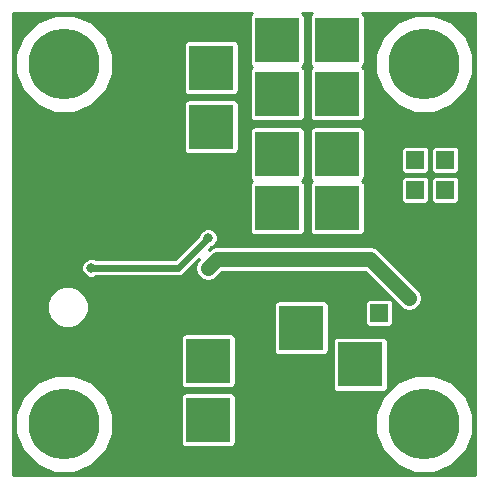
<source format=gbr>
G04 #@! TF.GenerationSoftware,KiCad,Pcbnew,(2017-02-05 revision 431abcf)-makepkg*
G04 #@! TF.CreationDate,2017-06-05T07:49:38+02:00*
G04 #@! TF.ProjectId,UNIPOWER07A,554E49504F5745523037412E6B696361,rev?*
G04 #@! TF.FileFunction,Copper,L1,Top,Signal*
G04 #@! TF.FilePolarity,Positive*
%FSLAX46Y46*%
G04 Gerber Fmt 4.6, Leading zero omitted, Abs format (unit mm)*
G04 Created by KiCad (PCBNEW (2017-02-05 revision 431abcf)-makepkg) date 06/05/17 07:49:38*
%MOMM*%
%LPD*%
G01*
G04 APERTURE LIST*
%ADD10C,0.300000*%
%ADD11C,6.000000*%
%ADD12R,3.810000X3.810000*%
%ADD13R,1.524000X1.524000*%
%ADD14C,0.800000*%
%ADD15C,0.200000*%
%ADD16C,1.300000*%
%ADD17C,0.600000*%
%ADD18C,0.254000*%
G04 APERTURE END LIST*
D10*
D11*
X35560000Y35560000D03*
X35560000Y5080000D03*
X5080000Y35560000D03*
X5080000Y5080000D03*
D12*
X25146000Y7008000D03*
X25146000Y13208000D03*
X30146000Y10108000D03*
X28194000Y27940000D03*
X23114000Y27940000D03*
X23126700Y23368000D03*
X28206700Y23368000D03*
X17272000Y10414000D03*
X17272000Y5414000D03*
X12192000Y5414000D03*
X12192000Y10414000D03*
D13*
X31750000Y14478000D03*
D12*
X17526000Y35226000D03*
X17526000Y30226000D03*
X12446000Y30226000D03*
X12446000Y35226000D03*
D13*
X34798000Y29972000D03*
X37338000Y29972000D03*
X34798000Y27432000D03*
X37338000Y27432000D03*
X34798000Y24892000D03*
X37338000Y24892000D03*
X34798000Y22352000D03*
X37338000Y22352000D03*
D12*
X28206700Y33020000D03*
X23126700Y33020000D03*
X23114000Y37592000D03*
X28194000Y37592000D03*
D14*
X28448000Y15748000D03*
X28448000Y14224000D03*
X29718000Y14224000D03*
X29718000Y15494000D03*
X30734000Y16510000D03*
X29972000Y17272000D03*
X35560000Y16510000D03*
X34798000Y17780000D03*
X28194000Y7112000D03*
X28194000Y5842000D03*
X28194000Y4572000D03*
X27178000Y3810000D03*
X25908000Y3810000D03*
X24638000Y3810000D03*
X23368000Y3810000D03*
X22098000Y4318000D03*
X22098000Y5588000D03*
X22098000Y6858000D03*
X22098000Y8128000D03*
X22098000Y9398000D03*
X13970000Y16256000D03*
X12700000Y16256000D03*
X14732000Y20320000D03*
X13462000Y20320000D03*
X12446000Y20320000D03*
X11176000Y20320000D03*
X39116000Y20574000D03*
X39116000Y24892000D03*
X39116000Y23622000D03*
X39116000Y22352000D03*
X39116000Y26416000D03*
X39116000Y27686000D03*
X39116000Y28702000D03*
X39116000Y29972000D03*
X33020000Y28448000D03*
X31496000Y28448000D03*
X31496000Y27432000D03*
X33020000Y27432000D03*
X9652000Y25908000D03*
X11176000Y25908000D03*
X12446000Y25908000D03*
X13716000Y25908000D03*
X13716000Y27178000D03*
X12446000Y27178000D03*
X11176000Y27178000D03*
X9652000Y27178000D03*
X10922000Y15240000D03*
X11938000Y15240000D03*
X12954000Y15240000D03*
X12954000Y14224000D03*
X11938000Y14224000D03*
X10922000Y14224000D03*
X10922000Y13208000D03*
X11938000Y13208000D03*
X12954000Y13208000D03*
X17272000Y18288000D03*
X34290000Y15748000D03*
X17272000Y20828000D03*
X7366000Y18288000D03*
D15*
X27686000Y14986000D02*
X28448000Y15748000D01*
X28448000Y15748000D02*
X29972000Y17272000D01*
X29718000Y14224000D02*
X28448000Y14224000D01*
X30734000Y16510000D02*
X29718000Y15494000D01*
X27686000Y7443000D02*
X27686000Y14986000D01*
X25146000Y7008000D02*
X27251000Y7008000D01*
X27251000Y7008000D02*
X27686000Y7443000D01*
X34798000Y22352000D02*
X34798000Y17780000D01*
X28194000Y4572000D02*
X28194000Y5842000D01*
X24638000Y3810000D02*
X25908000Y3810000D01*
X22098000Y4318000D02*
X22860000Y4318000D01*
X22860000Y4318000D02*
X23368000Y3810000D01*
X22098000Y6858000D02*
X22098000Y5588000D01*
X22098000Y9398000D02*
X22098000Y8128000D01*
X12700000Y16256000D02*
X13970000Y16256000D01*
X13462000Y20320000D02*
X14732000Y20320000D01*
X11176000Y20320000D02*
X12446000Y20320000D01*
X39116000Y22352000D02*
X39116000Y20574000D01*
X39116000Y22352000D02*
X39116000Y23622000D01*
X39116000Y27686000D02*
X39116000Y26416000D01*
X39116000Y29972000D02*
X39116000Y28702000D01*
X33020000Y29156000D02*
X33020000Y28448000D01*
X33020000Y28448000D02*
X33020000Y27432000D01*
X31496000Y27432000D02*
X31496000Y28448000D01*
X34798000Y29972000D02*
X33836000Y29972000D01*
X33836000Y29972000D02*
X33020000Y29156000D01*
X12446000Y25908000D02*
X11176000Y25908000D01*
X13716000Y27178000D02*
X13716000Y25908000D01*
X11176000Y27178000D02*
X12446000Y27178000D01*
X11503000Y27178000D02*
X11176000Y27178000D01*
X11176000Y27178000D02*
X9652000Y27178000D01*
X12446000Y30226000D02*
X12446000Y28121000D01*
X12446000Y28121000D02*
X11503000Y27178000D01*
X12954000Y15240000D02*
X11938000Y15240000D01*
X11938000Y14224000D02*
X12954000Y14224000D01*
X10922000Y13208000D02*
X10922000Y14224000D01*
X12954000Y13208000D02*
X11938000Y13208000D01*
D16*
X30988000Y19050000D02*
X18034000Y19050000D01*
X18034000Y19050000D02*
X17272000Y18288000D01*
X34290000Y15748000D02*
X30988000Y19050000D01*
D17*
X7366000Y18288000D02*
X14732000Y18288000D01*
X14732000Y18288000D02*
X17272000Y20828000D01*
D18*
G36*
X20901150Y39804850D02*
X20806775Y39663607D01*
X20773635Y39497000D01*
X20773635Y35687000D01*
X20806775Y35520393D01*
X20901150Y35379150D01*
X21016977Y35301757D01*
X20913850Y35232850D01*
X20819475Y35091607D01*
X20786335Y34925000D01*
X20786335Y31115000D01*
X20819475Y30948393D01*
X20913850Y30807150D01*
X21055093Y30712775D01*
X21221700Y30679635D01*
X25031700Y30679635D01*
X25198307Y30712775D01*
X25339550Y30807150D01*
X25433925Y30948393D01*
X25467065Y31115000D01*
X25467065Y34925000D01*
X25433925Y35091607D01*
X25339550Y35232850D01*
X25223723Y35310243D01*
X25326850Y35379150D01*
X25421225Y35520393D01*
X25454365Y35687000D01*
X25454365Y39497000D01*
X25421225Y39663607D01*
X25326850Y39804850D01*
X25208393Y39884000D01*
X26099607Y39884000D01*
X25981150Y39804850D01*
X25886775Y39663607D01*
X25853635Y39497000D01*
X25853635Y35687000D01*
X25886775Y35520393D01*
X25981150Y35379150D01*
X26096977Y35301757D01*
X25993850Y35232850D01*
X25899475Y35091607D01*
X25866335Y34925000D01*
X25866335Y31115000D01*
X25899475Y30948393D01*
X25993850Y30807150D01*
X26135093Y30712775D01*
X26301700Y30679635D01*
X30111700Y30679635D01*
X30278307Y30712775D01*
X30419550Y30807150D01*
X30513925Y30948393D01*
X30547065Y31115000D01*
X30547065Y34742690D01*
X31432285Y34742690D01*
X32059259Y33225296D01*
X33219190Y32063340D01*
X34735487Y31433718D01*
X36377310Y31432285D01*
X37894704Y32059259D01*
X39056660Y33219190D01*
X39686282Y34735487D01*
X39687715Y36377310D01*
X39060741Y37894704D01*
X37900810Y39056660D01*
X36384513Y39686282D01*
X34742690Y39687715D01*
X33225296Y39060741D01*
X32063340Y37900810D01*
X31433718Y36384513D01*
X31432285Y34742690D01*
X30547065Y34742690D01*
X30547065Y34925000D01*
X30513925Y35091607D01*
X30419550Y35232850D01*
X30303723Y35310243D01*
X30406850Y35379150D01*
X30501225Y35520393D01*
X30534365Y35687000D01*
X30534365Y39497000D01*
X30501225Y39663607D01*
X30406850Y39804850D01*
X30288393Y39884000D01*
X39884000Y39884000D01*
X39884000Y756000D01*
X756000Y756000D01*
X756000Y4262690D01*
X952285Y4262690D01*
X1579259Y2745296D01*
X2739190Y1583340D01*
X4255487Y953718D01*
X5897310Y952285D01*
X7414704Y1579259D01*
X8576660Y2739190D01*
X9206282Y4255487D01*
X9207715Y5897310D01*
X8620286Y7319000D01*
X14931635Y7319000D01*
X14931635Y3509000D01*
X14964775Y3342393D01*
X15059150Y3201150D01*
X15200393Y3106775D01*
X15367000Y3073635D01*
X19177000Y3073635D01*
X19343607Y3106775D01*
X19484850Y3201150D01*
X19579225Y3342393D01*
X19612365Y3509000D01*
X19612365Y4262690D01*
X31432285Y4262690D01*
X32059259Y2745296D01*
X33219190Y1583340D01*
X34735487Y953718D01*
X36377310Y952285D01*
X37894704Y1579259D01*
X39056660Y2739190D01*
X39686282Y4255487D01*
X39687715Y5897310D01*
X39060741Y7414704D01*
X37900810Y8576660D01*
X36384513Y9206282D01*
X34742690Y9207715D01*
X33225296Y8580741D01*
X32063340Y7420810D01*
X31433718Y5904513D01*
X31432285Y4262690D01*
X19612365Y4262690D01*
X19612365Y7319000D01*
X19579225Y7485607D01*
X19484850Y7626850D01*
X19343607Y7721225D01*
X19177000Y7754365D01*
X15367000Y7754365D01*
X15200393Y7721225D01*
X15059150Y7626850D01*
X14964775Y7485607D01*
X14931635Y7319000D01*
X8620286Y7319000D01*
X8580741Y7414704D01*
X7420810Y8576660D01*
X5904513Y9206282D01*
X4262690Y9207715D01*
X2745296Y8580741D01*
X1583340Y7420810D01*
X953718Y5904513D01*
X952285Y4262690D01*
X756000Y4262690D01*
X756000Y12319000D01*
X14931635Y12319000D01*
X14931635Y8509000D01*
X14964775Y8342393D01*
X15059150Y8201150D01*
X15200393Y8106775D01*
X15367000Y8073635D01*
X19177000Y8073635D01*
X19343607Y8106775D01*
X19484850Y8201150D01*
X19579225Y8342393D01*
X19612365Y8509000D01*
X19612365Y12319000D01*
X19579225Y12485607D01*
X19484850Y12626850D01*
X19343607Y12721225D01*
X19177000Y12754365D01*
X15367000Y12754365D01*
X15200393Y12721225D01*
X15059150Y12626850D01*
X14964775Y12485607D01*
X14931635Y12319000D01*
X756000Y12319000D01*
X756000Y14634084D01*
X3588693Y14634084D01*
X3858655Y13980726D01*
X4358096Y13480412D01*
X5010982Y13209310D01*
X5717916Y13208693D01*
X6371274Y13478655D01*
X6871588Y13978096D01*
X7142690Y14630982D01*
X7143110Y15113000D01*
X22805635Y15113000D01*
X22805635Y11303000D01*
X22838775Y11136393D01*
X22933150Y10995150D01*
X23074393Y10900775D01*
X23241000Y10867635D01*
X27051000Y10867635D01*
X27217607Y10900775D01*
X27358850Y10995150D01*
X27453225Y11136393D01*
X27486365Y11303000D01*
X27486365Y12013000D01*
X27805635Y12013000D01*
X27805635Y8203000D01*
X27838775Y8036393D01*
X27933150Y7895150D01*
X28074393Y7800775D01*
X28241000Y7767635D01*
X32051000Y7767635D01*
X32217607Y7800775D01*
X32358850Y7895150D01*
X32453225Y8036393D01*
X32486365Y8203000D01*
X32486365Y12013000D01*
X32453225Y12179607D01*
X32358850Y12320850D01*
X32217607Y12415225D01*
X32051000Y12448365D01*
X28241000Y12448365D01*
X28074393Y12415225D01*
X27933150Y12320850D01*
X27838775Y12179607D01*
X27805635Y12013000D01*
X27486365Y12013000D01*
X27486365Y15113000D01*
X27461104Y15240000D01*
X30552635Y15240000D01*
X30552635Y13716000D01*
X30585775Y13549393D01*
X30680150Y13408150D01*
X30821393Y13313775D01*
X30988000Y13280635D01*
X32512000Y13280635D01*
X32678607Y13313775D01*
X32819850Y13408150D01*
X32914225Y13549393D01*
X32947365Y13716000D01*
X32947365Y15240000D01*
X32914225Y15406607D01*
X32819850Y15547850D01*
X32678607Y15642225D01*
X32512000Y15675365D01*
X30988000Y15675365D01*
X30821393Y15642225D01*
X30680150Y15547850D01*
X30585775Y15406607D01*
X30552635Y15240000D01*
X27461104Y15240000D01*
X27453225Y15279607D01*
X27358850Y15420850D01*
X27217607Y15515225D01*
X27051000Y15548365D01*
X23241000Y15548365D01*
X23074393Y15515225D01*
X22933150Y15420850D01*
X22838775Y15279607D01*
X22805635Y15113000D01*
X7143110Y15113000D01*
X7143307Y15337916D01*
X6873345Y15991274D01*
X6373904Y16491588D01*
X5721018Y16762690D01*
X5014084Y16763307D01*
X4360726Y16493345D01*
X3860412Y15993904D01*
X3589310Y15341018D01*
X3588693Y14634084D01*
X756000Y14634084D01*
X756000Y18124221D01*
X6538857Y18124221D01*
X6664495Y17820154D01*
X6896930Y17587312D01*
X7200778Y17461144D01*
X7529779Y17460857D01*
X7772143Y17561000D01*
X14731995Y17561000D01*
X14732000Y17560999D01*
X14964052Y17607158D01*
X15010211Y17616340D01*
X15246067Y17773933D01*
X16487809Y19015676D01*
X16276982Y18700150D01*
X16195000Y18288000D01*
X16276982Y17875850D01*
X16510446Y17526446D01*
X16859850Y17292982D01*
X17272000Y17211000D01*
X17684150Y17292982D01*
X18033554Y17526446D01*
X18480108Y17973000D01*
X30541892Y17973000D01*
X33528446Y14986446D01*
X33877850Y14752982D01*
X34290000Y14671000D01*
X34702150Y14752982D01*
X35051554Y14986446D01*
X35285018Y15335850D01*
X35367000Y15748000D01*
X35285018Y16160150D01*
X35051554Y16509554D01*
X31749554Y19811554D01*
X31400150Y20045018D01*
X30988000Y20127000D01*
X18034000Y20127000D01*
X17621850Y20045018D01*
X17306323Y19834190D01*
X17499192Y20027059D01*
X17739846Y20126495D01*
X17972688Y20358930D01*
X18098856Y20662778D01*
X18099143Y20991779D01*
X17973505Y21295846D01*
X17741070Y21528688D01*
X17437222Y21654856D01*
X17108221Y21655143D01*
X16804154Y21529505D01*
X16571312Y21297070D01*
X16470746Y21054879D01*
X14430866Y19015000D01*
X7771703Y19015000D01*
X7531222Y19114856D01*
X7202221Y19115143D01*
X6898154Y18989505D01*
X6665312Y18757070D01*
X6539144Y18453222D01*
X6538857Y18124221D01*
X756000Y18124221D01*
X756000Y34742690D01*
X952285Y34742690D01*
X1579259Y33225296D01*
X2739190Y32063340D01*
X4255487Y31433718D01*
X5897310Y31432285D01*
X7414704Y32059259D01*
X7486570Y32131000D01*
X15185635Y32131000D01*
X15185635Y28321000D01*
X15218775Y28154393D01*
X15313150Y28013150D01*
X15454393Y27918775D01*
X15621000Y27885635D01*
X19431000Y27885635D01*
X19597607Y27918775D01*
X19738850Y28013150D01*
X19833225Y28154393D01*
X19866365Y28321000D01*
X19866365Y29845000D01*
X20773635Y29845000D01*
X20773635Y26035000D01*
X20806775Y25868393D01*
X20901150Y25727150D01*
X21016977Y25649757D01*
X20913850Y25580850D01*
X20819475Y25439607D01*
X20786335Y25273000D01*
X20786335Y21463000D01*
X20819475Y21296393D01*
X20913850Y21155150D01*
X21055093Y21060775D01*
X21221700Y21027635D01*
X25031700Y21027635D01*
X25198307Y21060775D01*
X25339550Y21155150D01*
X25433925Y21296393D01*
X25467065Y21463000D01*
X25467065Y25273000D01*
X25433925Y25439607D01*
X25339550Y25580850D01*
X25223723Y25658243D01*
X25326850Y25727150D01*
X25421225Y25868393D01*
X25454365Y26035000D01*
X25454365Y29845000D01*
X25853635Y29845000D01*
X25853635Y26035000D01*
X25886775Y25868393D01*
X25981150Y25727150D01*
X26096977Y25649757D01*
X25993850Y25580850D01*
X25899475Y25439607D01*
X25866335Y25273000D01*
X25866335Y21463000D01*
X25899475Y21296393D01*
X25993850Y21155150D01*
X26135093Y21060775D01*
X26301700Y21027635D01*
X30111700Y21027635D01*
X30278307Y21060775D01*
X30419550Y21155150D01*
X30513925Y21296393D01*
X30547065Y21463000D01*
X30547065Y25273000D01*
X30513925Y25439607D01*
X30419550Y25580850D01*
X30310074Y25654000D01*
X33600635Y25654000D01*
X33600635Y24130000D01*
X33633775Y23963393D01*
X33728150Y23822150D01*
X33869393Y23727775D01*
X34036000Y23694635D01*
X35560000Y23694635D01*
X35726607Y23727775D01*
X35867850Y23822150D01*
X35962225Y23963393D01*
X35995365Y24130000D01*
X35995365Y25654000D01*
X36140635Y25654000D01*
X36140635Y24130000D01*
X36173775Y23963393D01*
X36268150Y23822150D01*
X36409393Y23727775D01*
X36576000Y23694635D01*
X38100000Y23694635D01*
X38266607Y23727775D01*
X38407850Y23822150D01*
X38502225Y23963393D01*
X38535365Y24130000D01*
X38535365Y25654000D01*
X38502225Y25820607D01*
X38407850Y25961850D01*
X38266607Y26056225D01*
X38100000Y26089365D01*
X36576000Y26089365D01*
X36409393Y26056225D01*
X36268150Y25961850D01*
X36173775Y25820607D01*
X36140635Y25654000D01*
X35995365Y25654000D01*
X35962225Y25820607D01*
X35867850Y25961850D01*
X35726607Y26056225D01*
X35560000Y26089365D01*
X34036000Y26089365D01*
X33869393Y26056225D01*
X33728150Y25961850D01*
X33633775Y25820607D01*
X33600635Y25654000D01*
X30310074Y25654000D01*
X30303723Y25658243D01*
X30406850Y25727150D01*
X30501225Y25868393D01*
X30534365Y26035000D01*
X30534365Y28194000D01*
X33600635Y28194000D01*
X33600635Y26670000D01*
X33633775Y26503393D01*
X33728150Y26362150D01*
X33869393Y26267775D01*
X34036000Y26234635D01*
X35560000Y26234635D01*
X35726607Y26267775D01*
X35867850Y26362150D01*
X35962225Y26503393D01*
X35995365Y26670000D01*
X35995365Y28194000D01*
X36140635Y28194000D01*
X36140635Y26670000D01*
X36173775Y26503393D01*
X36268150Y26362150D01*
X36409393Y26267775D01*
X36576000Y26234635D01*
X38100000Y26234635D01*
X38266607Y26267775D01*
X38407850Y26362150D01*
X38502225Y26503393D01*
X38535365Y26670000D01*
X38535365Y28194000D01*
X38502225Y28360607D01*
X38407850Y28501850D01*
X38266607Y28596225D01*
X38100000Y28629365D01*
X36576000Y28629365D01*
X36409393Y28596225D01*
X36268150Y28501850D01*
X36173775Y28360607D01*
X36140635Y28194000D01*
X35995365Y28194000D01*
X35962225Y28360607D01*
X35867850Y28501850D01*
X35726607Y28596225D01*
X35560000Y28629365D01*
X34036000Y28629365D01*
X33869393Y28596225D01*
X33728150Y28501850D01*
X33633775Y28360607D01*
X33600635Y28194000D01*
X30534365Y28194000D01*
X30534365Y29845000D01*
X30501225Y30011607D01*
X30406850Y30152850D01*
X30265607Y30247225D01*
X30099000Y30280365D01*
X26289000Y30280365D01*
X26122393Y30247225D01*
X25981150Y30152850D01*
X25886775Y30011607D01*
X25853635Y29845000D01*
X25454365Y29845000D01*
X25421225Y30011607D01*
X25326850Y30152850D01*
X25185607Y30247225D01*
X25019000Y30280365D01*
X21209000Y30280365D01*
X21042393Y30247225D01*
X20901150Y30152850D01*
X20806775Y30011607D01*
X20773635Y29845000D01*
X19866365Y29845000D01*
X19866365Y32131000D01*
X19833225Y32297607D01*
X19738850Y32438850D01*
X19597607Y32533225D01*
X19431000Y32566365D01*
X15621000Y32566365D01*
X15454393Y32533225D01*
X15313150Y32438850D01*
X15218775Y32297607D01*
X15185635Y32131000D01*
X7486570Y32131000D01*
X8576660Y33219190D01*
X9206282Y34735487D01*
X9207715Y36377310D01*
X8896297Y37131000D01*
X15185635Y37131000D01*
X15185635Y33321000D01*
X15218775Y33154393D01*
X15313150Y33013150D01*
X15454393Y32918775D01*
X15621000Y32885635D01*
X19431000Y32885635D01*
X19597607Y32918775D01*
X19738850Y33013150D01*
X19833225Y33154393D01*
X19866365Y33321000D01*
X19866365Y37131000D01*
X19833225Y37297607D01*
X19738850Y37438850D01*
X19597607Y37533225D01*
X19431000Y37566365D01*
X15621000Y37566365D01*
X15454393Y37533225D01*
X15313150Y37438850D01*
X15218775Y37297607D01*
X15185635Y37131000D01*
X8896297Y37131000D01*
X8580741Y37894704D01*
X7420810Y39056660D01*
X5904513Y39686282D01*
X4262690Y39687715D01*
X2745296Y39060741D01*
X1583340Y37900810D01*
X953718Y36384513D01*
X952285Y34742690D01*
X756000Y34742690D01*
X756000Y39884000D01*
X21019607Y39884000D01*
X20901150Y39804850D01*
X20901150Y39804850D01*
G37*
X20901150Y39804850D02*
X20806775Y39663607D01*
X20773635Y39497000D01*
X20773635Y35687000D01*
X20806775Y35520393D01*
X20901150Y35379150D01*
X21016977Y35301757D01*
X20913850Y35232850D01*
X20819475Y35091607D01*
X20786335Y34925000D01*
X20786335Y31115000D01*
X20819475Y30948393D01*
X20913850Y30807150D01*
X21055093Y30712775D01*
X21221700Y30679635D01*
X25031700Y30679635D01*
X25198307Y30712775D01*
X25339550Y30807150D01*
X25433925Y30948393D01*
X25467065Y31115000D01*
X25467065Y34925000D01*
X25433925Y35091607D01*
X25339550Y35232850D01*
X25223723Y35310243D01*
X25326850Y35379150D01*
X25421225Y35520393D01*
X25454365Y35687000D01*
X25454365Y39497000D01*
X25421225Y39663607D01*
X25326850Y39804850D01*
X25208393Y39884000D01*
X26099607Y39884000D01*
X25981150Y39804850D01*
X25886775Y39663607D01*
X25853635Y39497000D01*
X25853635Y35687000D01*
X25886775Y35520393D01*
X25981150Y35379150D01*
X26096977Y35301757D01*
X25993850Y35232850D01*
X25899475Y35091607D01*
X25866335Y34925000D01*
X25866335Y31115000D01*
X25899475Y30948393D01*
X25993850Y30807150D01*
X26135093Y30712775D01*
X26301700Y30679635D01*
X30111700Y30679635D01*
X30278307Y30712775D01*
X30419550Y30807150D01*
X30513925Y30948393D01*
X30547065Y31115000D01*
X30547065Y34742690D01*
X31432285Y34742690D01*
X32059259Y33225296D01*
X33219190Y32063340D01*
X34735487Y31433718D01*
X36377310Y31432285D01*
X37894704Y32059259D01*
X39056660Y33219190D01*
X39686282Y34735487D01*
X39687715Y36377310D01*
X39060741Y37894704D01*
X37900810Y39056660D01*
X36384513Y39686282D01*
X34742690Y39687715D01*
X33225296Y39060741D01*
X32063340Y37900810D01*
X31433718Y36384513D01*
X31432285Y34742690D01*
X30547065Y34742690D01*
X30547065Y34925000D01*
X30513925Y35091607D01*
X30419550Y35232850D01*
X30303723Y35310243D01*
X30406850Y35379150D01*
X30501225Y35520393D01*
X30534365Y35687000D01*
X30534365Y39497000D01*
X30501225Y39663607D01*
X30406850Y39804850D01*
X30288393Y39884000D01*
X39884000Y39884000D01*
X39884000Y756000D01*
X756000Y756000D01*
X756000Y4262690D01*
X952285Y4262690D01*
X1579259Y2745296D01*
X2739190Y1583340D01*
X4255487Y953718D01*
X5897310Y952285D01*
X7414704Y1579259D01*
X8576660Y2739190D01*
X9206282Y4255487D01*
X9207715Y5897310D01*
X8620286Y7319000D01*
X14931635Y7319000D01*
X14931635Y3509000D01*
X14964775Y3342393D01*
X15059150Y3201150D01*
X15200393Y3106775D01*
X15367000Y3073635D01*
X19177000Y3073635D01*
X19343607Y3106775D01*
X19484850Y3201150D01*
X19579225Y3342393D01*
X19612365Y3509000D01*
X19612365Y4262690D01*
X31432285Y4262690D01*
X32059259Y2745296D01*
X33219190Y1583340D01*
X34735487Y953718D01*
X36377310Y952285D01*
X37894704Y1579259D01*
X39056660Y2739190D01*
X39686282Y4255487D01*
X39687715Y5897310D01*
X39060741Y7414704D01*
X37900810Y8576660D01*
X36384513Y9206282D01*
X34742690Y9207715D01*
X33225296Y8580741D01*
X32063340Y7420810D01*
X31433718Y5904513D01*
X31432285Y4262690D01*
X19612365Y4262690D01*
X19612365Y7319000D01*
X19579225Y7485607D01*
X19484850Y7626850D01*
X19343607Y7721225D01*
X19177000Y7754365D01*
X15367000Y7754365D01*
X15200393Y7721225D01*
X15059150Y7626850D01*
X14964775Y7485607D01*
X14931635Y7319000D01*
X8620286Y7319000D01*
X8580741Y7414704D01*
X7420810Y8576660D01*
X5904513Y9206282D01*
X4262690Y9207715D01*
X2745296Y8580741D01*
X1583340Y7420810D01*
X953718Y5904513D01*
X952285Y4262690D01*
X756000Y4262690D01*
X756000Y12319000D01*
X14931635Y12319000D01*
X14931635Y8509000D01*
X14964775Y8342393D01*
X15059150Y8201150D01*
X15200393Y8106775D01*
X15367000Y8073635D01*
X19177000Y8073635D01*
X19343607Y8106775D01*
X19484850Y8201150D01*
X19579225Y8342393D01*
X19612365Y8509000D01*
X19612365Y12319000D01*
X19579225Y12485607D01*
X19484850Y12626850D01*
X19343607Y12721225D01*
X19177000Y12754365D01*
X15367000Y12754365D01*
X15200393Y12721225D01*
X15059150Y12626850D01*
X14964775Y12485607D01*
X14931635Y12319000D01*
X756000Y12319000D01*
X756000Y14634084D01*
X3588693Y14634084D01*
X3858655Y13980726D01*
X4358096Y13480412D01*
X5010982Y13209310D01*
X5717916Y13208693D01*
X6371274Y13478655D01*
X6871588Y13978096D01*
X7142690Y14630982D01*
X7143110Y15113000D01*
X22805635Y15113000D01*
X22805635Y11303000D01*
X22838775Y11136393D01*
X22933150Y10995150D01*
X23074393Y10900775D01*
X23241000Y10867635D01*
X27051000Y10867635D01*
X27217607Y10900775D01*
X27358850Y10995150D01*
X27453225Y11136393D01*
X27486365Y11303000D01*
X27486365Y12013000D01*
X27805635Y12013000D01*
X27805635Y8203000D01*
X27838775Y8036393D01*
X27933150Y7895150D01*
X28074393Y7800775D01*
X28241000Y7767635D01*
X32051000Y7767635D01*
X32217607Y7800775D01*
X32358850Y7895150D01*
X32453225Y8036393D01*
X32486365Y8203000D01*
X32486365Y12013000D01*
X32453225Y12179607D01*
X32358850Y12320850D01*
X32217607Y12415225D01*
X32051000Y12448365D01*
X28241000Y12448365D01*
X28074393Y12415225D01*
X27933150Y12320850D01*
X27838775Y12179607D01*
X27805635Y12013000D01*
X27486365Y12013000D01*
X27486365Y15113000D01*
X27461104Y15240000D01*
X30552635Y15240000D01*
X30552635Y13716000D01*
X30585775Y13549393D01*
X30680150Y13408150D01*
X30821393Y13313775D01*
X30988000Y13280635D01*
X32512000Y13280635D01*
X32678607Y13313775D01*
X32819850Y13408150D01*
X32914225Y13549393D01*
X32947365Y13716000D01*
X32947365Y15240000D01*
X32914225Y15406607D01*
X32819850Y15547850D01*
X32678607Y15642225D01*
X32512000Y15675365D01*
X30988000Y15675365D01*
X30821393Y15642225D01*
X30680150Y15547850D01*
X30585775Y15406607D01*
X30552635Y15240000D01*
X27461104Y15240000D01*
X27453225Y15279607D01*
X27358850Y15420850D01*
X27217607Y15515225D01*
X27051000Y15548365D01*
X23241000Y15548365D01*
X23074393Y15515225D01*
X22933150Y15420850D01*
X22838775Y15279607D01*
X22805635Y15113000D01*
X7143110Y15113000D01*
X7143307Y15337916D01*
X6873345Y15991274D01*
X6373904Y16491588D01*
X5721018Y16762690D01*
X5014084Y16763307D01*
X4360726Y16493345D01*
X3860412Y15993904D01*
X3589310Y15341018D01*
X3588693Y14634084D01*
X756000Y14634084D01*
X756000Y18124221D01*
X6538857Y18124221D01*
X6664495Y17820154D01*
X6896930Y17587312D01*
X7200778Y17461144D01*
X7529779Y17460857D01*
X7772143Y17561000D01*
X14731995Y17561000D01*
X14732000Y17560999D01*
X14964052Y17607158D01*
X15010211Y17616340D01*
X15246067Y17773933D01*
X16487809Y19015676D01*
X16276982Y18700150D01*
X16195000Y18288000D01*
X16276982Y17875850D01*
X16510446Y17526446D01*
X16859850Y17292982D01*
X17272000Y17211000D01*
X17684150Y17292982D01*
X18033554Y17526446D01*
X18480108Y17973000D01*
X30541892Y17973000D01*
X33528446Y14986446D01*
X33877850Y14752982D01*
X34290000Y14671000D01*
X34702150Y14752982D01*
X35051554Y14986446D01*
X35285018Y15335850D01*
X35367000Y15748000D01*
X35285018Y16160150D01*
X35051554Y16509554D01*
X31749554Y19811554D01*
X31400150Y20045018D01*
X30988000Y20127000D01*
X18034000Y20127000D01*
X17621850Y20045018D01*
X17306323Y19834190D01*
X17499192Y20027059D01*
X17739846Y20126495D01*
X17972688Y20358930D01*
X18098856Y20662778D01*
X18099143Y20991779D01*
X17973505Y21295846D01*
X17741070Y21528688D01*
X17437222Y21654856D01*
X17108221Y21655143D01*
X16804154Y21529505D01*
X16571312Y21297070D01*
X16470746Y21054879D01*
X14430866Y19015000D01*
X7771703Y19015000D01*
X7531222Y19114856D01*
X7202221Y19115143D01*
X6898154Y18989505D01*
X6665312Y18757070D01*
X6539144Y18453222D01*
X6538857Y18124221D01*
X756000Y18124221D01*
X756000Y34742690D01*
X952285Y34742690D01*
X1579259Y33225296D01*
X2739190Y32063340D01*
X4255487Y31433718D01*
X5897310Y31432285D01*
X7414704Y32059259D01*
X7486570Y32131000D01*
X15185635Y32131000D01*
X15185635Y28321000D01*
X15218775Y28154393D01*
X15313150Y28013150D01*
X15454393Y27918775D01*
X15621000Y27885635D01*
X19431000Y27885635D01*
X19597607Y27918775D01*
X19738850Y28013150D01*
X19833225Y28154393D01*
X19866365Y28321000D01*
X19866365Y29845000D01*
X20773635Y29845000D01*
X20773635Y26035000D01*
X20806775Y25868393D01*
X20901150Y25727150D01*
X21016977Y25649757D01*
X20913850Y25580850D01*
X20819475Y25439607D01*
X20786335Y25273000D01*
X20786335Y21463000D01*
X20819475Y21296393D01*
X20913850Y21155150D01*
X21055093Y21060775D01*
X21221700Y21027635D01*
X25031700Y21027635D01*
X25198307Y21060775D01*
X25339550Y21155150D01*
X25433925Y21296393D01*
X25467065Y21463000D01*
X25467065Y25273000D01*
X25433925Y25439607D01*
X25339550Y25580850D01*
X25223723Y25658243D01*
X25326850Y25727150D01*
X25421225Y25868393D01*
X25454365Y26035000D01*
X25454365Y29845000D01*
X25853635Y29845000D01*
X25853635Y26035000D01*
X25886775Y25868393D01*
X25981150Y25727150D01*
X26096977Y25649757D01*
X25993850Y25580850D01*
X25899475Y25439607D01*
X25866335Y25273000D01*
X25866335Y21463000D01*
X25899475Y21296393D01*
X25993850Y21155150D01*
X26135093Y21060775D01*
X26301700Y21027635D01*
X30111700Y21027635D01*
X30278307Y21060775D01*
X30419550Y21155150D01*
X30513925Y21296393D01*
X30547065Y21463000D01*
X30547065Y25273000D01*
X30513925Y25439607D01*
X30419550Y25580850D01*
X30310074Y25654000D01*
X33600635Y25654000D01*
X33600635Y24130000D01*
X33633775Y23963393D01*
X33728150Y23822150D01*
X33869393Y23727775D01*
X34036000Y23694635D01*
X35560000Y23694635D01*
X35726607Y23727775D01*
X35867850Y23822150D01*
X35962225Y23963393D01*
X35995365Y24130000D01*
X35995365Y25654000D01*
X36140635Y25654000D01*
X36140635Y24130000D01*
X36173775Y23963393D01*
X36268150Y23822150D01*
X36409393Y23727775D01*
X36576000Y23694635D01*
X38100000Y23694635D01*
X38266607Y23727775D01*
X38407850Y23822150D01*
X38502225Y23963393D01*
X38535365Y24130000D01*
X38535365Y25654000D01*
X38502225Y25820607D01*
X38407850Y25961850D01*
X38266607Y26056225D01*
X38100000Y26089365D01*
X36576000Y26089365D01*
X36409393Y26056225D01*
X36268150Y25961850D01*
X36173775Y25820607D01*
X36140635Y25654000D01*
X35995365Y25654000D01*
X35962225Y25820607D01*
X35867850Y25961850D01*
X35726607Y26056225D01*
X35560000Y26089365D01*
X34036000Y26089365D01*
X33869393Y26056225D01*
X33728150Y25961850D01*
X33633775Y25820607D01*
X33600635Y25654000D01*
X30310074Y25654000D01*
X30303723Y25658243D01*
X30406850Y25727150D01*
X30501225Y25868393D01*
X30534365Y26035000D01*
X30534365Y28194000D01*
X33600635Y28194000D01*
X33600635Y26670000D01*
X33633775Y26503393D01*
X33728150Y26362150D01*
X33869393Y26267775D01*
X34036000Y26234635D01*
X35560000Y26234635D01*
X35726607Y26267775D01*
X35867850Y26362150D01*
X35962225Y26503393D01*
X35995365Y26670000D01*
X35995365Y28194000D01*
X36140635Y28194000D01*
X36140635Y26670000D01*
X36173775Y26503393D01*
X36268150Y26362150D01*
X36409393Y26267775D01*
X36576000Y26234635D01*
X38100000Y26234635D01*
X38266607Y26267775D01*
X38407850Y26362150D01*
X38502225Y26503393D01*
X38535365Y26670000D01*
X38535365Y28194000D01*
X38502225Y28360607D01*
X38407850Y28501850D01*
X38266607Y28596225D01*
X38100000Y28629365D01*
X36576000Y28629365D01*
X36409393Y28596225D01*
X36268150Y28501850D01*
X36173775Y28360607D01*
X36140635Y28194000D01*
X35995365Y28194000D01*
X35962225Y28360607D01*
X35867850Y28501850D01*
X35726607Y28596225D01*
X35560000Y28629365D01*
X34036000Y28629365D01*
X33869393Y28596225D01*
X33728150Y28501850D01*
X33633775Y28360607D01*
X33600635Y28194000D01*
X30534365Y28194000D01*
X30534365Y29845000D01*
X30501225Y30011607D01*
X30406850Y30152850D01*
X30265607Y30247225D01*
X30099000Y30280365D01*
X26289000Y30280365D01*
X26122393Y30247225D01*
X25981150Y30152850D01*
X25886775Y30011607D01*
X25853635Y29845000D01*
X25454365Y29845000D01*
X25421225Y30011607D01*
X25326850Y30152850D01*
X25185607Y30247225D01*
X25019000Y30280365D01*
X21209000Y30280365D01*
X21042393Y30247225D01*
X20901150Y30152850D01*
X20806775Y30011607D01*
X20773635Y29845000D01*
X19866365Y29845000D01*
X19866365Y32131000D01*
X19833225Y32297607D01*
X19738850Y32438850D01*
X19597607Y32533225D01*
X19431000Y32566365D01*
X15621000Y32566365D01*
X15454393Y32533225D01*
X15313150Y32438850D01*
X15218775Y32297607D01*
X15185635Y32131000D01*
X7486570Y32131000D01*
X8576660Y33219190D01*
X9206282Y34735487D01*
X9207715Y36377310D01*
X8896297Y37131000D01*
X15185635Y37131000D01*
X15185635Y33321000D01*
X15218775Y33154393D01*
X15313150Y33013150D01*
X15454393Y32918775D01*
X15621000Y32885635D01*
X19431000Y32885635D01*
X19597607Y32918775D01*
X19738850Y33013150D01*
X19833225Y33154393D01*
X19866365Y33321000D01*
X19866365Y37131000D01*
X19833225Y37297607D01*
X19738850Y37438850D01*
X19597607Y37533225D01*
X19431000Y37566365D01*
X15621000Y37566365D01*
X15454393Y37533225D01*
X15313150Y37438850D01*
X15218775Y37297607D01*
X15185635Y37131000D01*
X8896297Y37131000D01*
X8580741Y37894704D01*
X7420810Y39056660D01*
X5904513Y39686282D01*
X4262690Y39687715D01*
X2745296Y39060741D01*
X1583340Y37900810D01*
X953718Y36384513D01*
X952285Y34742690D01*
X756000Y34742690D01*
X756000Y39884000D01*
X21019607Y39884000D01*
X20901150Y39804850D01*
M02*

</source>
